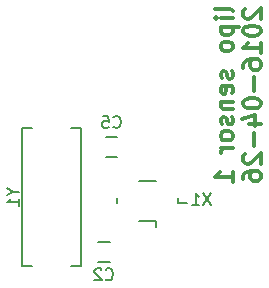
<source format=gbo>
G04 #@! TF.FileFunction,Legend,Bot*
%FSLAX46Y46*%
G04 Gerber Fmt 4.6, Leading zero omitted, Abs format (unit mm)*
G04 Created by KiCad (PCBNEW 4.0.2-stable) date 26.04.2016 00:44:30*
%MOMM*%
G01*
G04 APERTURE LIST*
%ADD10C,0.100000*%
%ADD11C,0.300000*%
%ADD12C,0.150000*%
G04 APERTURE END LIST*
D10*
D11*
X172198571Y-82463572D02*
X172127143Y-82320714D01*
X171984286Y-82249286D01*
X170698571Y-82249286D01*
X172198571Y-83035000D02*
X171198571Y-83035000D01*
X170698571Y-83035000D02*
X170770000Y-82963571D01*
X170841429Y-83035000D01*
X170770000Y-83106428D01*
X170698571Y-83035000D01*
X170841429Y-83035000D01*
X171198571Y-83749286D02*
X172698571Y-83749286D01*
X171270000Y-83749286D02*
X171198571Y-83892143D01*
X171198571Y-84177857D01*
X171270000Y-84320714D01*
X171341429Y-84392143D01*
X171484286Y-84463572D01*
X171912857Y-84463572D01*
X172055714Y-84392143D01*
X172127143Y-84320714D01*
X172198571Y-84177857D01*
X172198571Y-83892143D01*
X172127143Y-83749286D01*
X172198571Y-85320715D02*
X172127143Y-85177857D01*
X172055714Y-85106429D01*
X171912857Y-85035000D01*
X171484286Y-85035000D01*
X171341429Y-85106429D01*
X171270000Y-85177857D01*
X171198571Y-85320715D01*
X171198571Y-85535000D01*
X171270000Y-85677857D01*
X171341429Y-85749286D01*
X171484286Y-85820715D01*
X171912857Y-85820715D01*
X172055714Y-85749286D01*
X172127143Y-85677857D01*
X172198571Y-85535000D01*
X172198571Y-85320715D01*
X172127143Y-87535000D02*
X172198571Y-87677857D01*
X172198571Y-87963572D01*
X172127143Y-88106429D01*
X171984286Y-88177857D01*
X171912857Y-88177857D01*
X171770000Y-88106429D01*
X171698571Y-87963572D01*
X171698571Y-87749286D01*
X171627143Y-87606429D01*
X171484286Y-87535000D01*
X171412857Y-87535000D01*
X171270000Y-87606429D01*
X171198571Y-87749286D01*
X171198571Y-87963572D01*
X171270000Y-88106429D01*
X172127143Y-89392143D02*
X172198571Y-89249286D01*
X172198571Y-88963572D01*
X172127143Y-88820715D01*
X171984286Y-88749286D01*
X171412857Y-88749286D01*
X171270000Y-88820715D01*
X171198571Y-88963572D01*
X171198571Y-89249286D01*
X171270000Y-89392143D01*
X171412857Y-89463572D01*
X171555714Y-89463572D01*
X171698571Y-88749286D01*
X171198571Y-90106429D02*
X172198571Y-90106429D01*
X171341429Y-90106429D02*
X171270000Y-90177857D01*
X171198571Y-90320715D01*
X171198571Y-90535000D01*
X171270000Y-90677857D01*
X171412857Y-90749286D01*
X172198571Y-90749286D01*
X172127143Y-91392143D02*
X172198571Y-91535000D01*
X172198571Y-91820715D01*
X172127143Y-91963572D01*
X171984286Y-92035000D01*
X171912857Y-92035000D01*
X171770000Y-91963572D01*
X171698571Y-91820715D01*
X171698571Y-91606429D01*
X171627143Y-91463572D01*
X171484286Y-91392143D01*
X171412857Y-91392143D01*
X171270000Y-91463572D01*
X171198571Y-91606429D01*
X171198571Y-91820715D01*
X171270000Y-91963572D01*
X172198571Y-92892144D02*
X172127143Y-92749286D01*
X172055714Y-92677858D01*
X171912857Y-92606429D01*
X171484286Y-92606429D01*
X171341429Y-92677858D01*
X171270000Y-92749286D01*
X171198571Y-92892144D01*
X171198571Y-93106429D01*
X171270000Y-93249286D01*
X171341429Y-93320715D01*
X171484286Y-93392144D01*
X171912857Y-93392144D01*
X172055714Y-93320715D01*
X172127143Y-93249286D01*
X172198571Y-93106429D01*
X172198571Y-92892144D01*
X172198571Y-94035001D02*
X171198571Y-94035001D01*
X171484286Y-94035001D02*
X171341429Y-94106429D01*
X171270000Y-94177858D01*
X171198571Y-94320715D01*
X171198571Y-94463572D01*
X172198571Y-96892143D02*
X172198571Y-96035000D01*
X172198571Y-96463572D02*
X170698571Y-96463572D01*
X170912857Y-96320715D01*
X171055714Y-96177857D01*
X171127143Y-96035000D01*
X173241429Y-82249287D02*
X173170000Y-82320716D01*
X173098571Y-82463573D01*
X173098571Y-82820716D01*
X173170000Y-82963573D01*
X173241429Y-83035002D01*
X173384286Y-83106430D01*
X173527143Y-83106430D01*
X173741429Y-83035002D01*
X174598571Y-82177859D01*
X174598571Y-83106430D01*
X173098571Y-84035001D02*
X173098571Y-84177858D01*
X173170000Y-84320715D01*
X173241429Y-84392144D01*
X173384286Y-84463573D01*
X173670000Y-84535001D01*
X174027143Y-84535001D01*
X174312857Y-84463573D01*
X174455714Y-84392144D01*
X174527143Y-84320715D01*
X174598571Y-84177858D01*
X174598571Y-84035001D01*
X174527143Y-83892144D01*
X174455714Y-83820715D01*
X174312857Y-83749287D01*
X174027143Y-83677858D01*
X173670000Y-83677858D01*
X173384286Y-83749287D01*
X173241429Y-83820715D01*
X173170000Y-83892144D01*
X173098571Y-84035001D01*
X174598571Y-85963572D02*
X174598571Y-85106429D01*
X174598571Y-85535001D02*
X173098571Y-85535001D01*
X173312857Y-85392144D01*
X173455714Y-85249286D01*
X173527143Y-85106429D01*
X173098571Y-87249286D02*
X173098571Y-86963572D01*
X173170000Y-86820715D01*
X173241429Y-86749286D01*
X173455714Y-86606429D01*
X173741429Y-86535000D01*
X174312857Y-86535000D01*
X174455714Y-86606429D01*
X174527143Y-86677857D01*
X174598571Y-86820715D01*
X174598571Y-87106429D01*
X174527143Y-87249286D01*
X174455714Y-87320715D01*
X174312857Y-87392143D01*
X173955714Y-87392143D01*
X173812857Y-87320715D01*
X173741429Y-87249286D01*
X173670000Y-87106429D01*
X173670000Y-86820715D01*
X173741429Y-86677857D01*
X173812857Y-86606429D01*
X173955714Y-86535000D01*
X174027143Y-88035000D02*
X174027143Y-89177857D01*
X173098571Y-90177857D02*
X173098571Y-90320714D01*
X173170000Y-90463571D01*
X173241429Y-90535000D01*
X173384286Y-90606429D01*
X173670000Y-90677857D01*
X174027143Y-90677857D01*
X174312857Y-90606429D01*
X174455714Y-90535000D01*
X174527143Y-90463571D01*
X174598571Y-90320714D01*
X174598571Y-90177857D01*
X174527143Y-90035000D01*
X174455714Y-89963571D01*
X174312857Y-89892143D01*
X174027143Y-89820714D01*
X173670000Y-89820714D01*
X173384286Y-89892143D01*
X173241429Y-89963571D01*
X173170000Y-90035000D01*
X173098571Y-90177857D01*
X173598571Y-91963571D02*
X174598571Y-91963571D01*
X173027143Y-91606428D02*
X174098571Y-91249285D01*
X174098571Y-92177857D01*
X174027143Y-92749285D02*
X174027143Y-93892142D01*
X173241429Y-94534999D02*
X173170000Y-94606428D01*
X173098571Y-94749285D01*
X173098571Y-95106428D01*
X173170000Y-95249285D01*
X173241429Y-95320714D01*
X173384286Y-95392142D01*
X173527143Y-95392142D01*
X173741429Y-95320714D01*
X174598571Y-94463571D01*
X174598571Y-95392142D01*
X173098571Y-96677856D02*
X173098571Y-96392142D01*
X173170000Y-96249285D01*
X173241429Y-96177856D01*
X173455714Y-96034999D01*
X173741429Y-95963570D01*
X174312857Y-95963570D01*
X174455714Y-96034999D01*
X174527143Y-96106427D01*
X174598571Y-96249285D01*
X174598571Y-96534999D01*
X174527143Y-96677856D01*
X174455714Y-96749285D01*
X174312857Y-96820713D01*
X173955714Y-96820713D01*
X173812857Y-96749285D01*
X173741429Y-96677856D01*
X173670000Y-96534999D01*
X173670000Y-96249285D01*
X173741429Y-96106427D01*
X173812857Y-96034999D01*
X173955714Y-95963570D01*
D12*
X154345640Y-104043480D02*
X154345640Y-92344240D01*
X159344360Y-92344240D02*
X159344360Y-104043480D01*
X154345640Y-92344240D02*
X155194000Y-92344240D01*
X159344360Y-92344240D02*
X158496000Y-92344240D01*
X154345640Y-104043480D02*
X155194000Y-104043480D01*
X159344360Y-104043480D02*
X158496000Y-104043480D01*
X167605000Y-98695000D02*
X168305000Y-98695000D01*
X165705000Y-100195000D02*
X165705000Y-100695000D01*
X164302920Y-100195000D02*
X165705000Y-100195000D01*
X165706040Y-96795000D02*
X164303960Y-96795000D01*
X162405000Y-98695000D02*
X162405000Y-98295000D01*
X167605000Y-98695000D02*
X167605000Y-98295000D01*
X160810000Y-102020000D02*
X161810000Y-102020000D01*
X161810000Y-103720000D02*
X160810000Y-103720000D01*
X161445000Y-93130000D02*
X162445000Y-93130000D01*
X162445000Y-94830000D02*
X161445000Y-94830000D01*
X153646190Y-97717669D02*
X154122381Y-97717669D01*
X153122381Y-97384336D02*
X153646190Y-97717669D01*
X153122381Y-98051003D01*
X154122381Y-98908146D02*
X154122381Y-98336717D01*
X154122381Y-98622431D02*
X153122381Y-98622431D01*
X153265238Y-98527193D01*
X153360476Y-98431955D01*
X153408095Y-98336717D01*
X170354524Y-97877381D02*
X169687857Y-98877381D01*
X169687857Y-97877381D02*
X170354524Y-98877381D01*
X168783095Y-98877381D02*
X169354524Y-98877381D01*
X169068810Y-98877381D02*
X169068810Y-97877381D01*
X169164048Y-98020238D01*
X169259286Y-98115476D01*
X169354524Y-98163095D01*
X161456666Y-105132143D02*
X161504285Y-105179762D01*
X161647142Y-105227381D01*
X161742380Y-105227381D01*
X161885238Y-105179762D01*
X161980476Y-105084524D01*
X162028095Y-104989286D01*
X162075714Y-104798810D01*
X162075714Y-104655952D01*
X162028095Y-104465476D01*
X161980476Y-104370238D01*
X161885238Y-104275000D01*
X161742380Y-104227381D01*
X161647142Y-104227381D01*
X161504285Y-104275000D01*
X161456666Y-104322619D01*
X161075714Y-104322619D02*
X161028095Y-104275000D01*
X160932857Y-104227381D01*
X160694761Y-104227381D01*
X160599523Y-104275000D01*
X160551904Y-104322619D01*
X160504285Y-104417857D01*
X160504285Y-104513095D01*
X160551904Y-104655952D01*
X161123333Y-105227381D01*
X160504285Y-105227381D01*
X162111666Y-92237143D02*
X162159285Y-92284762D01*
X162302142Y-92332381D01*
X162397380Y-92332381D01*
X162540238Y-92284762D01*
X162635476Y-92189524D01*
X162683095Y-92094286D01*
X162730714Y-91903810D01*
X162730714Y-91760952D01*
X162683095Y-91570476D01*
X162635476Y-91475238D01*
X162540238Y-91380000D01*
X162397380Y-91332381D01*
X162302142Y-91332381D01*
X162159285Y-91380000D01*
X162111666Y-91427619D01*
X161206904Y-91332381D02*
X161683095Y-91332381D01*
X161730714Y-91808571D01*
X161683095Y-91760952D01*
X161587857Y-91713333D01*
X161349761Y-91713333D01*
X161254523Y-91760952D01*
X161206904Y-91808571D01*
X161159285Y-91903810D01*
X161159285Y-92141905D01*
X161206904Y-92237143D01*
X161254523Y-92284762D01*
X161349761Y-92332381D01*
X161587857Y-92332381D01*
X161683095Y-92284762D01*
X161730714Y-92237143D01*
M02*

</source>
